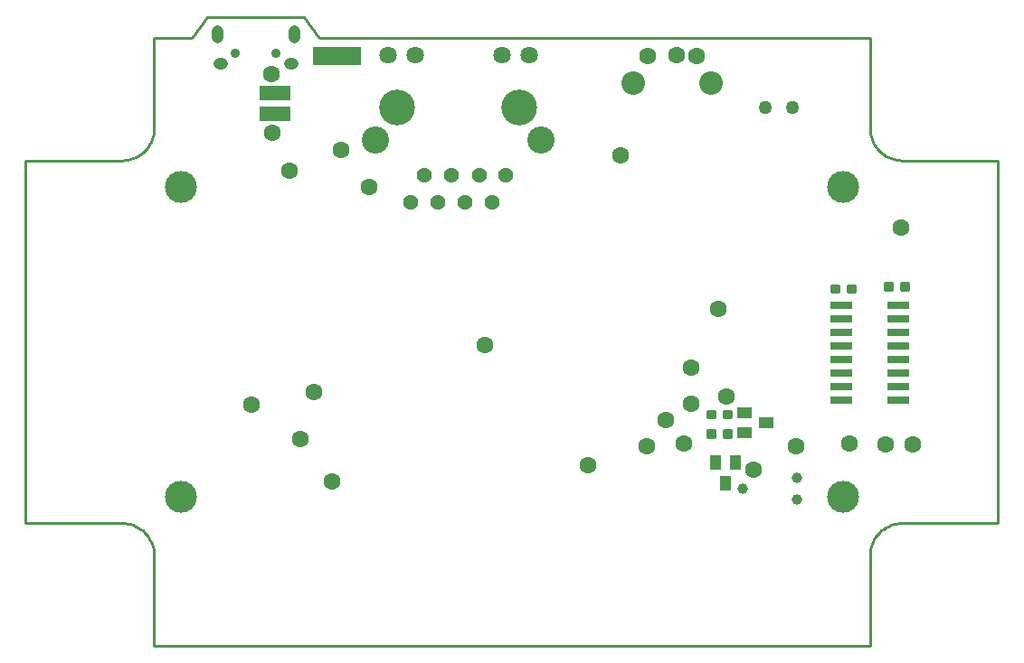
<source format=gbs>
G04 EAGLE Gerber RS-274X export*
G75*
%MOMM*%
%FSLAX34Y34*%
%LPD*%
%INSoldermaskBOT*%
%IPPOS*%
%AMOC8*
5,1,8,0,0,1.08239X$1,22.5*%
G01*
%ADD10C,1.601600*%
%ADD11C,2.201600*%
%ADD12C,3.001600*%
%ADD13C,3.351600*%
%ADD14C,2.546600*%
%ADD15C,1.436600*%
%ADD16C,1.631600*%
%ADD17C,1.101600*%
%ADD18C,0.901600*%
%ADD19C,0.261462*%
%ADD20R,1.101600X1.371600*%
%ADD21R,1.371600X1.101600*%
%ADD22R,2.844800X1.320800*%
%ADD23C,0.990600*%
%ADD24C,1.270000*%
%ADD25R,2.147100X0.746800*%
%ADD26C,0.254000*%

G36*
X313008Y544502D02*
X313008Y544502D01*
X313017Y544501D01*
X313105Y544522D01*
X313195Y544540D01*
X313202Y544545D01*
X313210Y544547D01*
X313283Y544601D01*
X313359Y544653D01*
X313363Y544660D01*
X313370Y544665D01*
X313417Y544743D01*
X313466Y544820D01*
X313467Y544829D01*
X313472Y544836D01*
X313499Y545000D01*
X313499Y561000D01*
X313498Y561008D01*
X313499Y561017D01*
X313478Y561105D01*
X313460Y561195D01*
X313455Y561202D01*
X313453Y561210D01*
X313399Y561283D01*
X313347Y561359D01*
X313340Y561363D01*
X313335Y561370D01*
X313257Y561417D01*
X313180Y561466D01*
X313171Y561467D01*
X313164Y561472D01*
X313000Y561499D01*
X269000Y561499D01*
X268992Y561498D01*
X268983Y561499D01*
X268895Y561478D01*
X268805Y561460D01*
X268798Y561455D01*
X268790Y561453D01*
X268717Y561399D01*
X268641Y561347D01*
X268637Y561340D01*
X268630Y561335D01*
X268583Y561257D01*
X268534Y561180D01*
X268533Y561171D01*
X268528Y561164D01*
X268501Y561000D01*
X268501Y545000D01*
X268502Y544992D01*
X268501Y544983D01*
X268522Y544895D01*
X268540Y544805D01*
X268545Y544798D01*
X268547Y544790D01*
X268601Y544717D01*
X268653Y544641D01*
X268660Y544637D01*
X268665Y544630D01*
X268743Y544583D01*
X268820Y544534D01*
X268829Y544533D01*
X268836Y544528D01*
X269000Y544501D01*
X313000Y544501D01*
X313008Y544502D01*
G37*
D10*
X627500Y552500D03*
X582500Y552500D03*
D11*
X641000Y527500D03*
X569000Y527500D03*
D12*
X145000Y430000D03*
X145000Y140000D03*
X765000Y140000D03*
X765000Y430000D03*
D10*
X623000Y261000D03*
D13*
X347850Y505000D03*
X462150Y505000D03*
D14*
X327550Y474500D03*
X482450Y474500D03*
D15*
X449500Y441500D03*
X425000Y441500D03*
X398700Y441500D03*
X373300Y441500D03*
X436800Y416100D03*
X411400Y416100D03*
X386000Y416100D03*
X360600Y416100D03*
D16*
X471250Y554000D03*
X445850Y554000D03*
X364150Y554000D03*
X338750Y554000D03*
D10*
X526500Y169500D03*
X321500Y430000D03*
X430000Y282000D03*
X257000Y194000D03*
X287000Y154000D03*
X295000Y465000D03*
X211000Y226000D03*
X623000Y227000D03*
X599000Y212000D03*
X616000Y190000D03*
X581000Y187000D03*
X655400Y233700D03*
X805000Y189000D03*
X830000Y189000D03*
X721000Y187000D03*
X681000Y165000D03*
X819000Y392000D03*
X609500Y553500D03*
D17*
X251000Y571000D02*
X251000Y577000D01*
X183500Y546000D02*
X180500Y546000D01*
X246500Y546000D02*
X249500Y546000D01*
X179000Y571000D02*
X179000Y577000D01*
D18*
X234000Y555000D03*
X196000Y555000D03*
D19*
X819299Y340201D02*
X825701Y340201D01*
X825701Y333799D01*
X819299Y333799D01*
X819299Y340201D01*
X819299Y336283D02*
X825701Y336283D01*
X825701Y338767D02*
X819299Y338767D01*
X810701Y340201D02*
X804299Y340201D01*
X810701Y340201D02*
X810701Y333799D01*
X804299Y333799D01*
X804299Y340201D01*
X804299Y336283D02*
X810701Y336283D01*
X810701Y338767D02*
X804299Y338767D01*
X775701Y338201D02*
X769299Y338201D01*
X775701Y338201D02*
X775701Y331799D01*
X769299Y331799D01*
X769299Y338201D01*
X769299Y334283D02*
X775701Y334283D01*
X775701Y336767D02*
X769299Y336767D01*
X760701Y338201D02*
X754299Y338201D01*
X760701Y338201D02*
X760701Y331799D01*
X754299Y331799D01*
X754299Y338201D01*
X754299Y334283D02*
X760701Y334283D01*
X760701Y336767D02*
X754299Y336767D01*
D20*
X655000Y152000D03*
X664500Y172000D03*
X645500Y172000D03*
D21*
X693000Y209000D03*
X673000Y218500D03*
X673000Y199500D03*
D19*
X644701Y213799D02*
X638299Y213799D01*
X638299Y220201D01*
X644701Y220201D01*
X644701Y213799D01*
X644701Y216283D02*
X638299Y216283D01*
X638299Y218767D02*
X644701Y218767D01*
X653299Y213799D02*
X659701Y213799D01*
X653299Y213799D02*
X653299Y220201D01*
X659701Y220201D01*
X659701Y213799D01*
X659701Y216283D02*
X653299Y216283D01*
X653299Y218767D02*
X659701Y218767D01*
X659701Y202201D02*
X653299Y202201D01*
X659701Y202201D02*
X659701Y195799D01*
X653299Y195799D01*
X653299Y202201D01*
X653299Y198283D02*
X659701Y198283D01*
X659701Y200767D02*
X653299Y200767D01*
X644701Y202201D02*
X638299Y202201D01*
X644701Y202201D02*
X644701Y195799D01*
X638299Y195799D01*
X638299Y202201D01*
X638299Y198283D02*
X644701Y198283D01*
X644701Y200767D02*
X638299Y200767D01*
D22*
X233000Y499000D03*
X233000Y518000D03*
D10*
X557000Y460000D03*
X648000Y315600D03*
X771000Y190000D03*
X270000Y238000D03*
X247000Y445000D03*
D23*
X670900Y147300D03*
X721700Y137140D03*
X721700Y157460D03*
D10*
X231000Y481000D03*
X230000Y536000D03*
D24*
X717500Y505000D03*
X692500Y505000D03*
D25*
X816349Y319450D03*
X816349Y306750D03*
X816349Y294050D03*
X816349Y281350D03*
X816349Y268650D03*
X816349Y255950D03*
X816349Y243250D03*
X816349Y230550D03*
X763651Y230550D03*
X763651Y243250D03*
X763651Y255950D03*
X763651Y268650D03*
X763651Y281350D03*
X763651Y294050D03*
X763651Y306750D03*
X763651Y319450D03*
D26*
X0Y115000D02*
X90000Y115000D01*
X92615Y114886D01*
X95209Y114544D01*
X97765Y113978D01*
X100261Y113191D01*
X102679Y112189D01*
X105000Y110981D01*
X107207Y109575D01*
X109284Y107981D01*
X111213Y106213D01*
X112981Y104284D01*
X114575Y102207D01*
X115981Y100000D01*
X117189Y97679D01*
X118191Y95261D01*
X118978Y92765D01*
X119544Y90209D01*
X119886Y87615D01*
X120000Y85000D01*
X120000Y0D01*
X790000Y0D01*
X790000Y85000D01*
X790114Y87615D01*
X790456Y90209D01*
X791022Y92765D01*
X791809Y95261D01*
X792811Y97679D01*
X794019Y100000D01*
X795425Y102207D01*
X797019Y104284D01*
X798787Y106213D01*
X800716Y107981D01*
X802793Y109575D01*
X805000Y110981D01*
X807321Y112189D01*
X809739Y113191D01*
X812235Y113978D01*
X814791Y114544D01*
X817385Y114886D01*
X820000Y115000D01*
X910000Y115000D01*
X910000Y455000D01*
X820000Y455000D01*
X817385Y455114D01*
X814791Y455456D01*
X812235Y456022D01*
X809739Y456809D01*
X807321Y457811D01*
X805000Y459019D01*
X802793Y460425D01*
X800716Y462019D01*
X798787Y463787D01*
X797019Y465716D01*
X795425Y467793D01*
X794019Y470000D01*
X792811Y472321D01*
X791809Y474739D01*
X791022Y477235D01*
X790456Y479791D01*
X790114Y482385D01*
X790000Y485000D01*
X790000Y570000D01*
X275505Y570000D01*
X275388Y570003D01*
X275214Y570021D01*
X275043Y570054D01*
X274875Y570102D01*
X274712Y570164D01*
X274555Y570240D01*
X274405Y570330D01*
X274264Y570432D01*
X274132Y570546D01*
X274010Y570671D01*
X273900Y570807D01*
X260000Y589500D01*
X170000Y589500D01*
X156100Y570807D01*
X156027Y570714D01*
X155909Y570586D01*
X155780Y570468D01*
X155642Y570362D01*
X155495Y570268D01*
X155340Y570187D01*
X155179Y570121D01*
X155012Y570068D01*
X154842Y570030D01*
X154669Y570008D01*
X154495Y570000D01*
X120000Y570000D01*
X120000Y485000D01*
X119886Y482385D01*
X119544Y479791D01*
X118978Y477235D01*
X118191Y474739D01*
X117189Y472321D01*
X115981Y470000D01*
X114575Y467793D01*
X112981Y465716D01*
X111213Y463787D01*
X109284Y462019D01*
X107207Y460425D01*
X105000Y459019D01*
X102679Y457811D01*
X100261Y456809D01*
X97765Y456022D01*
X95209Y455456D01*
X92615Y455114D01*
X90000Y455000D01*
X0Y455000D01*
X0Y115000D01*
M02*

</source>
